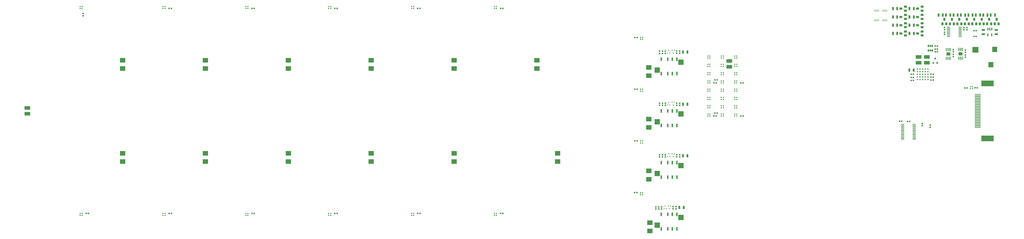
<source format=gbr>
G04 EAGLE Gerber RS-274X export*
G75*
%MOMM*%
%FSLAX34Y34*%
%LPD*%
%INSolderpaste Top*%
%IPPOS*%
%AMOC8*
5,1,8,0,0,1.08239X$1,22.5*%
G01*
%ADD10R,1.600000X0.300000*%
%ADD11R,0.400000X1.600000*%
%ADD12R,1.890000X1.570000*%
%ADD13R,0.762000X0.685800*%
%ADD14C,0.635000*%
%ADD15R,0.965200X1.524000*%
%ADD16R,0.685800X0.762000*%
%ADD17R,2.794000X1.651000*%
%ADD18R,2.400000X2.550000*%
%ADD19R,2.900000X2.750000*%
%ADD20R,0.800000X1.800000*%
%ADD21R,2.500000X2.500000*%
%ADD22R,2.500000X2.300000*%
%ADD23R,0.356000X0.503000*%
%ADD24R,6.000000X2.800000*%
%ADD25R,3.000000X0.335000*%
%ADD26R,0.290000X1.100000*%
%ADD27R,1.000000X1.400000*%
%ADD28R,1.400000X1.000000*%
%ADD29R,0.550000X0.550000*%
%ADD30R,0.650000X1.060000*%
%ADD31R,0.800000X0.900000*%
%ADD32R,0.600000X1.408000*%
%ADD33R,1.524000X0.965200*%


D10*
X4643000Y1204750D03*
X4643000Y1198250D03*
X4643000Y1191750D03*
X4643000Y1185250D03*
X4643000Y1178750D03*
X4643000Y1172250D03*
X4643000Y1165750D03*
X4643000Y1159250D03*
X4587000Y1204750D03*
X4587000Y1198250D03*
X4587000Y1191750D03*
X4587000Y1185250D03*
X4587000Y1178750D03*
X4587000Y1172250D03*
X4587000Y1165750D03*
X4587000Y1159250D03*
D11*
X4589250Y1096000D03*
X4595750Y1096000D03*
X4582750Y1096000D03*
X4576250Y1096000D03*
X4576250Y1054000D03*
X4582750Y1054000D03*
X4589250Y1054000D03*
X4595750Y1054000D03*
D12*
X4586000Y1075000D03*
D13*
X4662000Y1202334D03*
X4662000Y1191666D03*
X4676000Y1202334D03*
X4676000Y1191666D03*
X4610000Y1073334D03*
X4610000Y1062666D03*
X4610000Y1085666D03*
X4610000Y1096334D03*
D11*
X4648250Y1097000D03*
X4654750Y1097000D03*
X4641750Y1097000D03*
X4635250Y1097000D03*
X4635250Y1055000D03*
X4641750Y1055000D03*
X4648250Y1055000D03*
X4654750Y1055000D03*
D12*
X4645000Y1076000D03*
D13*
X4668000Y1070334D03*
X4668000Y1059666D03*
X4668000Y1082666D03*
X4668000Y1093334D03*
X4568000Y1203334D03*
X4568000Y1192666D03*
X4568000Y1169666D03*
X4568000Y1180334D03*
D14*
X4487400Y1002400D03*
X4487400Y989700D03*
X4487400Y964300D03*
X4487400Y951600D03*
X4474700Y964300D03*
X4474700Y951600D03*
X4462000Y1002400D03*
X4462000Y989700D03*
X4462000Y977000D03*
X4462000Y964300D03*
X4462000Y951600D03*
X4449300Y1002400D03*
X4449300Y989700D03*
X4449300Y977000D03*
X4449300Y964300D03*
X4449300Y951600D03*
X4436600Y1002400D03*
X4436600Y989700D03*
X4436600Y977000D03*
X4436600Y964300D03*
X4436600Y951600D03*
X4474700Y1002400D03*
X4474700Y989700D03*
X4474700Y977000D03*
X4487400Y977000D03*
D15*
X4397586Y997000D03*
X4418414Y997000D03*
D16*
X4513334Y963000D03*
X4502666Y963000D03*
X4406666Y977000D03*
X4417334Y977000D03*
X4417334Y947000D03*
X4406666Y947000D03*
X4502666Y949000D03*
X4513334Y949000D03*
X4417334Y962000D03*
X4406666Y962000D03*
D17*
X4482000Y1060970D03*
X4482000Y1033030D03*
X4442000Y1060970D03*
X4442000Y1033030D03*
D13*
X3271000Y337334D03*
X3271000Y326666D03*
D18*
X4791000Y1023250D03*
D19*
X4717000Y1095750D03*
D18*
X4810000Y1096750D03*
D20*
X3200000Y230000D03*
X3232000Y230000D03*
X3254000Y230000D03*
X3276000Y230000D03*
X3276000Y300000D03*
X3254000Y300000D03*
X3232000Y300000D03*
X3200000Y300000D03*
D21*
X3180500Y247500D03*
X3295500Y285500D03*
D13*
X3257000Y337334D03*
X3257000Y326666D03*
D22*
X3145000Y260000D03*
X3145000Y220000D03*
D20*
X3200000Y480000D03*
X3232000Y480000D03*
X3254000Y480000D03*
X3276000Y480000D03*
X3276000Y550000D03*
X3254000Y550000D03*
X3232000Y550000D03*
X3200000Y550000D03*
D21*
X3180500Y497500D03*
X3295500Y535500D03*
D22*
X3140000Y510000D03*
X3140000Y470000D03*
D13*
X3206000Y577666D03*
X3206000Y588334D03*
D23*
X3219000Y340505D03*
X3224080Y327495D03*
X3213920Y327495D03*
D13*
X3188000Y336334D03*
X3188000Y325666D03*
D15*
X3308414Y333000D03*
X3287586Y333000D03*
D13*
X3289000Y588334D03*
X3289000Y577666D03*
X3275000Y588334D03*
X3275000Y577666D03*
D23*
X3237000Y592505D03*
X3242080Y579495D03*
X3231920Y579495D03*
D15*
X3326414Y583000D03*
X3305586Y583000D03*
D20*
X3200000Y730000D03*
X3232000Y730000D03*
X3254000Y730000D03*
X3276000Y730000D03*
X3276000Y800000D03*
X3254000Y800000D03*
X3232000Y800000D03*
X3200000Y800000D03*
D21*
X3180500Y747500D03*
X3295500Y785500D03*
D20*
X3200000Y980000D03*
X3232000Y980000D03*
X3254000Y980000D03*
X3276000Y980000D03*
X3276000Y1050000D03*
X3254000Y1050000D03*
X3232000Y1050000D03*
X3200000Y1050000D03*
D21*
X3180500Y997500D03*
X3295500Y1035500D03*
D13*
X3206000Y826666D03*
X3206000Y837334D03*
D23*
X3237000Y841505D03*
X3242080Y828495D03*
X3231920Y828495D03*
D15*
X3326414Y832000D03*
X3305586Y832000D03*
D22*
X3140000Y760000D03*
X3140000Y720000D03*
D13*
X3289000Y837334D03*
X3289000Y826666D03*
X3275000Y837334D03*
X3275000Y826666D03*
X3206000Y1077666D03*
X3206000Y1088334D03*
D23*
X3237000Y1092505D03*
X3242080Y1079495D03*
X3231920Y1079495D03*
D15*
X3326414Y1084000D03*
X3305586Y1084000D03*
D22*
X3140000Y1010000D03*
X3140000Y970000D03*
D13*
X3289000Y1089334D03*
X3289000Y1078666D03*
X3275000Y1089334D03*
X3275000Y1078666D03*
D22*
X600000Y1005000D03*
X600000Y1045000D03*
X1000000Y1005000D03*
X1000000Y1045000D03*
X1400000Y1005000D03*
X1400000Y1045000D03*
X1800000Y1005000D03*
X1800000Y1045000D03*
X2200000Y1005000D03*
X2200000Y1045000D03*
X2600000Y1005000D03*
X2600000Y1045000D03*
X2700000Y595000D03*
X2700000Y555000D03*
X2200000Y595000D03*
X2200000Y555000D03*
X1800000Y595000D03*
X1800000Y555000D03*
X1400000Y595000D03*
X1400000Y555000D03*
X1000000Y595000D03*
X1000000Y555000D03*
X600000Y595000D03*
X600000Y555000D03*
D24*
X4775000Y667000D03*
X4775000Y933000D03*
D25*
X4728000Y879375D03*
X4728000Y866675D03*
X4728000Y853975D03*
X4728000Y841275D03*
X4728000Y828575D03*
X4728000Y815875D03*
X4728000Y803175D03*
X4728000Y790475D03*
X4728000Y777775D03*
X4728000Y765075D03*
X4728000Y752375D03*
X4728000Y739675D03*
X4728000Y726975D03*
X4728000Y873025D03*
X4728000Y860325D03*
X4728000Y847625D03*
X4728000Y834925D03*
X4728000Y822225D03*
X4728000Y809525D03*
X4728000Y796825D03*
X4728000Y784125D03*
X4728000Y771425D03*
X4728000Y758725D03*
X4728000Y746025D03*
X4728000Y733325D03*
X4728000Y720625D03*
D10*
X4365000Y734750D03*
X4365000Y728250D03*
X4365000Y721750D03*
X4365000Y715250D03*
X4365000Y708750D03*
X4365000Y702250D03*
X4365000Y695750D03*
X4365000Y689250D03*
X4365000Y682750D03*
X4365000Y676250D03*
X4365000Y669750D03*
X4365000Y663250D03*
X4421000Y663250D03*
X4421000Y669750D03*
X4421000Y676250D03*
X4421000Y682750D03*
X4421000Y689250D03*
X4421000Y695750D03*
X4421000Y702250D03*
X4421000Y708750D03*
X4421000Y715250D03*
X4421000Y721750D03*
X4421000Y728250D03*
X4421000Y734750D03*
D16*
X4388666Y749000D03*
X4399334Y749000D03*
X4350666Y750000D03*
X4361334Y750000D03*
D13*
X4460000Y739334D03*
X4460000Y728666D03*
X4498000Y731334D03*
X4498000Y720666D03*
D26*
X4269000Y1237500D03*
X4274000Y1237500D03*
X4279000Y1237500D03*
X4284000Y1237500D03*
X4289000Y1237500D03*
X4289000Y1284500D03*
X4284000Y1284500D03*
X4279000Y1284500D03*
X4274000Y1284500D03*
X4269000Y1284500D03*
D27*
X4567000Y1243000D03*
X4576500Y1221000D03*
X4557500Y1221000D03*
D15*
X4559414Y1263000D03*
X4538586Y1263000D03*
D26*
X4229000Y1237500D03*
X4234000Y1237500D03*
X4239000Y1237500D03*
X4244000Y1237500D03*
X4249000Y1237500D03*
X4249000Y1284500D03*
X4244000Y1284500D03*
X4239000Y1284500D03*
X4234000Y1284500D03*
X4229000Y1284500D03*
D27*
X4603000Y1243000D03*
X4612500Y1221000D03*
X4593500Y1221000D03*
D15*
X4595414Y1263000D03*
X4574586Y1263000D03*
D27*
X4639000Y1243000D03*
X4648500Y1221000D03*
X4629500Y1221000D03*
D15*
X4631414Y1263000D03*
X4610586Y1263000D03*
D27*
X4675000Y1243000D03*
X4684500Y1221000D03*
X4665500Y1221000D03*
D15*
X4667414Y1263000D03*
X4646586Y1263000D03*
D27*
X4711000Y1243000D03*
X4720500Y1221000D03*
X4701500Y1221000D03*
D15*
X4703414Y1263000D03*
X4682586Y1263000D03*
D27*
X4747000Y1243000D03*
X4756500Y1221000D03*
X4737500Y1221000D03*
D15*
X4739414Y1263000D03*
X4718586Y1263000D03*
D27*
X4783000Y1243000D03*
X4792500Y1221000D03*
X4773500Y1221000D03*
D15*
X4775414Y1263000D03*
X4754586Y1263000D03*
D27*
X4819000Y1243000D03*
X4828500Y1221000D03*
X4809500Y1221000D03*
D15*
X4811414Y1263000D03*
X4790586Y1263000D03*
D28*
X4437000Y1294000D03*
X4459000Y1303500D03*
X4459000Y1284500D03*
D15*
X4419414Y1294000D03*
X4398586Y1294000D03*
D28*
X4437000Y1254000D03*
X4459000Y1263500D03*
X4459000Y1244500D03*
D15*
X4419414Y1254000D03*
X4398586Y1254000D03*
D28*
X4437000Y1214000D03*
X4459000Y1223500D03*
X4459000Y1204500D03*
D15*
X4419414Y1214000D03*
X4398586Y1214000D03*
D28*
X4437000Y1174000D03*
X4459000Y1183500D03*
X4459000Y1164500D03*
D15*
X4419414Y1174000D03*
X4398586Y1174000D03*
D28*
X4357000Y1294000D03*
X4379000Y1303500D03*
X4379000Y1284500D03*
D15*
X4339414Y1294000D03*
X4318586Y1294000D03*
D28*
X4357000Y1254000D03*
X4379000Y1263500D03*
X4379000Y1244500D03*
D15*
X4339414Y1254000D03*
X4318586Y1254000D03*
D28*
X4357000Y1214000D03*
X4379000Y1223500D03*
X4379000Y1204500D03*
D15*
X4339414Y1214000D03*
X4318586Y1214000D03*
D28*
X4357000Y1174000D03*
X4379000Y1183500D03*
X4379000Y1164500D03*
D15*
X4339414Y1174000D03*
X4318586Y1174000D03*
D29*
X2395250Y304750D03*
X2395250Y295250D03*
X2404750Y295250D03*
X2404750Y304750D03*
D16*
X2435334Y305000D03*
X2424666Y305000D03*
D29*
X1995250Y304750D03*
X1995250Y295250D03*
X2004750Y295250D03*
X2004750Y304750D03*
D16*
X2035334Y305000D03*
X2024666Y305000D03*
D29*
X1595250Y304750D03*
X1595250Y295250D03*
X1604750Y295250D03*
X1604750Y304750D03*
D16*
X1635334Y305000D03*
X1624666Y305000D03*
D29*
X1195250Y304750D03*
X1195250Y295250D03*
X1204750Y295250D03*
X1204750Y304750D03*
D16*
X1235334Y305000D03*
X1224666Y305000D03*
D29*
X795250Y304750D03*
X795250Y295250D03*
X804750Y295250D03*
X804750Y304750D03*
D16*
X835334Y305000D03*
X824666Y305000D03*
D29*
X395250Y304750D03*
X395250Y295250D03*
X404750Y295250D03*
X404750Y304750D03*
D16*
X435334Y305000D03*
X424666Y305000D03*
D29*
X404750Y1304750D03*
X395250Y1304750D03*
X395250Y1295250D03*
X404750Y1295250D03*
D13*
X410000Y1259666D03*
X410000Y1270334D03*
D29*
X804750Y1304750D03*
X795250Y1304750D03*
X795250Y1295250D03*
X804750Y1295250D03*
D16*
X835334Y1295000D03*
X824666Y1295000D03*
D29*
X1204750Y1304750D03*
X1195250Y1304750D03*
X1195250Y1295250D03*
X1204750Y1295250D03*
D16*
X1235334Y1295000D03*
X1224666Y1295000D03*
D29*
X1604750Y1304750D03*
X1595250Y1304750D03*
X1595250Y1295250D03*
X1604750Y1295250D03*
D16*
X1635334Y1295000D03*
X1624666Y1295000D03*
D29*
X2004750Y1304750D03*
X1995250Y1304750D03*
X1995250Y1295250D03*
X2004750Y1295250D03*
D16*
X2035334Y1295000D03*
X2024666Y1295000D03*
D29*
X2404750Y1304750D03*
X2395250Y1304750D03*
X2395250Y1295250D03*
X2404750Y1295250D03*
D16*
X2435334Y1295000D03*
X2424666Y1295000D03*
D29*
X3434750Y784750D03*
X3425250Y784750D03*
X3425250Y775250D03*
X3434750Y775250D03*
D16*
X3465334Y775000D03*
X3454666Y775000D03*
D29*
X3434750Y824750D03*
X3425250Y824750D03*
X3425250Y815250D03*
X3434750Y815250D03*
X3434750Y864750D03*
X3425250Y864750D03*
X3425250Y855250D03*
X3434750Y855250D03*
X3434750Y904750D03*
X3425250Y904750D03*
X3425250Y895250D03*
X3434750Y895250D03*
X3434750Y944750D03*
X3425250Y944750D03*
X3425250Y935250D03*
X3434750Y935250D03*
X3434750Y984750D03*
X3425250Y984750D03*
X3425250Y975250D03*
X3434750Y975250D03*
X3434750Y1024750D03*
X3425250Y1024750D03*
X3425250Y1015250D03*
X3434750Y1015250D03*
X3434750Y1064750D03*
X3425250Y1064750D03*
X3425250Y1055250D03*
X3434750Y1055250D03*
X3100250Y1145250D03*
X3109750Y1145250D03*
X3109750Y1154750D03*
X3100250Y1154750D03*
D16*
X3072666Y655000D03*
X3083334Y655000D03*
D29*
X3100250Y895250D03*
X3109750Y895250D03*
X3109750Y904750D03*
X3100250Y904750D03*
D16*
X3071666Y405000D03*
X3082334Y405000D03*
D29*
X3100250Y645250D03*
X3109750Y645250D03*
X3109750Y654750D03*
X3100250Y654750D03*
D16*
X3072666Y905000D03*
X3083334Y905000D03*
D29*
X3100250Y395250D03*
X3109750Y395250D03*
X3109750Y404750D03*
X3100250Y404750D03*
D16*
X3072666Y1155000D03*
X3083334Y1155000D03*
X4665666Y911000D03*
X4676334Y911000D03*
D17*
X140000Y813970D03*
X140000Y786030D03*
D29*
X3490250Y1055250D03*
X3499750Y1055250D03*
X3499750Y1064750D03*
X3490250Y1064750D03*
D16*
X3459666Y950000D03*
X3470334Y950000D03*
D29*
X3490250Y1015250D03*
X3499750Y1015250D03*
X3499750Y1024750D03*
X3490250Y1024750D03*
X3490250Y975250D03*
X3499750Y975250D03*
X3499750Y984750D03*
X3490250Y984750D03*
X3490250Y935250D03*
X3499750Y935250D03*
X3499750Y944750D03*
X3490250Y944750D03*
X3490250Y895250D03*
X3499750Y895250D03*
X3499750Y904750D03*
X3490250Y904750D03*
X3490250Y855250D03*
X3499750Y855250D03*
X3499750Y864750D03*
X3490250Y864750D03*
X3490250Y815250D03*
X3499750Y815250D03*
X3499750Y824750D03*
X3490250Y824750D03*
X3490250Y775250D03*
X3499750Y775250D03*
X3499750Y784750D03*
X3490250Y784750D03*
X3564750Y784750D03*
X3555250Y784750D03*
X3555250Y775250D03*
X3564750Y775250D03*
D16*
X3595334Y775000D03*
X3584666Y775000D03*
D29*
X3564750Y824750D03*
X3555250Y824750D03*
X3555250Y815250D03*
X3564750Y815250D03*
X3564750Y864750D03*
X3555250Y864750D03*
X3555250Y855250D03*
X3564750Y855250D03*
X3564750Y904750D03*
X3555250Y904750D03*
X3555250Y895250D03*
X3564750Y895250D03*
X3564750Y944750D03*
X3555250Y944750D03*
X3555250Y935250D03*
X3564750Y935250D03*
X3564750Y984750D03*
X3555250Y984750D03*
X3555250Y975250D03*
X3564750Y975250D03*
X3564750Y1024750D03*
X3555250Y1024750D03*
X3555250Y1015250D03*
X3564750Y1015250D03*
X3564750Y1064750D03*
X3555250Y1064750D03*
X3555250Y1055250D03*
X3564750Y1055250D03*
X4702750Y916750D03*
X4693250Y916750D03*
X4693250Y907250D03*
X4702750Y907250D03*
D16*
X4725334Y912000D03*
X4714666Y912000D03*
D17*
X3529000Y1013030D03*
X3529000Y1040970D03*
D30*
X4508500Y1114000D03*
X4499000Y1114000D03*
X4489500Y1114000D03*
X4489500Y1092000D03*
X4499000Y1092000D03*
X4508500Y1092000D03*
D16*
X4522666Y1113000D03*
X4533334Y1113000D03*
X4533334Y1085000D03*
X4522666Y1085000D03*
X4522666Y1099000D03*
X4533334Y1099000D03*
X3595334Y935000D03*
X3584666Y935000D03*
X3459666Y790000D03*
X3470334Y790000D03*
X3465334Y935000D03*
X3454666Y935000D03*
D23*
X3240000Y327495D03*
X3234920Y340505D03*
X3245080Y340505D03*
D13*
X3174000Y325666D03*
X3174000Y336334D03*
X3202000Y325666D03*
X3202000Y336334D03*
D23*
X3258000Y579495D03*
X3252920Y592505D03*
X3263080Y592505D03*
D13*
X3192000Y577666D03*
X3192000Y588334D03*
X3220000Y577666D03*
X3220000Y588334D03*
D23*
X3258000Y828495D03*
X3252920Y841505D03*
X3263080Y841505D03*
D13*
X3192000Y826666D03*
X3192000Y837334D03*
X3220000Y826666D03*
X3220000Y837334D03*
D23*
X3258000Y1079495D03*
X3252920Y1092505D03*
X3263080Y1092505D03*
D13*
X3192000Y1077666D03*
X3192000Y1088334D03*
X3220000Y1077666D03*
X3220000Y1088334D03*
D31*
X4523000Y1053000D03*
X4513500Y1032000D03*
X4532500Y1032000D03*
D16*
X4513334Y977000D03*
X4502666Y977000D03*
D32*
X4795500Y1195040D03*
X4786000Y1195040D03*
X4776500Y1195040D03*
X4776500Y1166960D03*
X4795500Y1166960D03*
D33*
X4817000Y1191414D03*
X4817000Y1170586D03*
X4755000Y1170586D03*
X4755000Y1191414D03*
D16*
X4709666Y1160000D03*
X4720334Y1160000D03*
X4720334Y1188000D03*
X4709666Y1188000D03*
M02*

</source>
